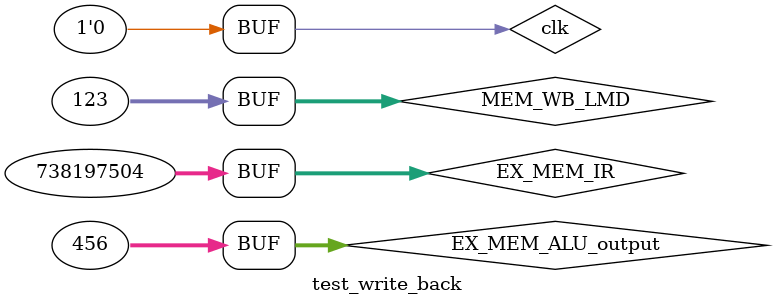
<source format=v>
`timescale 1ns / 1ps


module test_write_back;

	// Inputs
	reg clk;
	reg [31:0] MEM_WB_LMD;
	reg [31:0] EX_MEM_IR;
	reg [31:0] EX_MEM_ALU_output;

	// Outputs
	wire [31:0] MEM_WB_D;

	// Instantiate the Unit Under Test (UUT)
	write_back uut (
		.clk(clk), 
		.MEM_WB_LMD(MEM_WB_LMD), 
		.EX_MEM_IR(EX_MEM_IR), 
		.EX_MEM_ALU_output(EX_MEM_ALU_output), 
		.MEM_WB_D(MEM_WB_D)
	);

	initial begin
		// Initialize Inputs
		clk = 0;
		MEM_WB_LMD = 0;
		EX_MEM_IR = 0;
		EX_MEM_ALU_output = 0;

		// Wait 100 ns for global reset to finish
		#100 MEM_WB_LMD = 123;
      #100 EX_MEM_ALU_output = 456;

	end
	
	always begin
		#10 EX_MEM_IR = 32'b00000100001000100001100000000000;
		#10 EX_MEM_IR = 32'b00001000001000100001100000000000;
		#10 EX_MEM_IR = 32'b00001100001000100001100000000000;
		#10 EX_MEM_IR = 32'b00010000001000100001100000000000;
		#10 EX_MEM_IR = 32'b00010100001000100001100000000000;
		#10 EX_MEM_IR = 32'b00011000001000100001100000000000;
		#10 EX_MEM_IR = 32'b00100000100001010000000000000100;
		#10 EX_MEM_IR = 32'b00100100100001010000000000001000;
		#10 EX_MEM_IR = 32'b00101000100001010000000000000000;
		#10 EX_MEM_IR = 32'b00101100000000000000000000000000;
	end
      
endmodule


</source>
